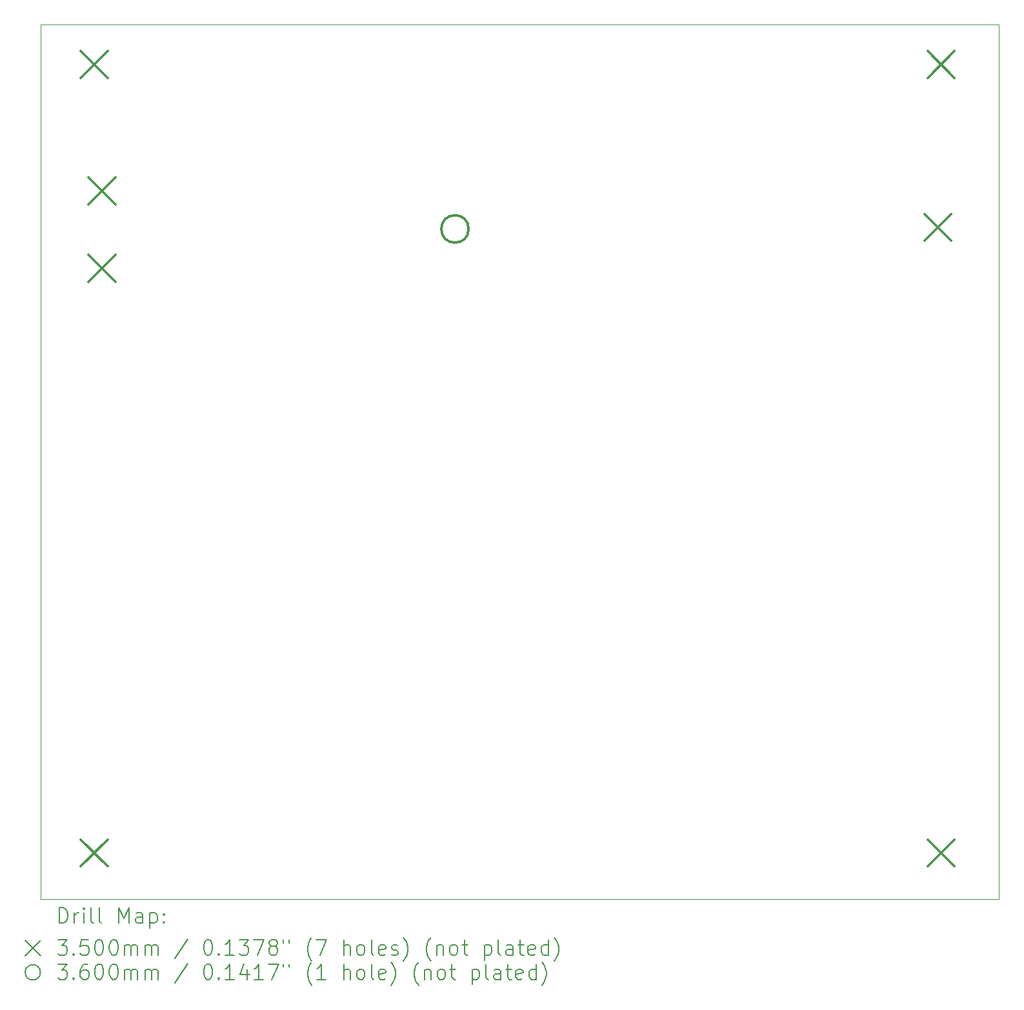
<source format=gbr>
%TF.GenerationSoftware,KiCad,Pcbnew,7.0.2*%
%TF.CreationDate,2023-08-05T12:45:41+02:00*%
%TF.ProjectId,Module_2,4d6f6475-6c65-45f3-922e-6b696361645f,rev?*%
%TF.SameCoordinates,Original*%
%TF.FileFunction,Drillmap*%
%TF.FilePolarity,Positive*%
%FSLAX45Y45*%
G04 Gerber Fmt 4.5, Leading zero omitted, Abs format (unit mm)*
G04 Created by KiCad (PCBNEW 7.0.2) date 2023-08-05 12:45:41*
%MOMM*%
%LPD*%
G01*
G04 APERTURE LIST*
%ADD10C,0.100000*%
%ADD11C,0.200000*%
%ADD12C,0.350000*%
%ADD13C,0.360000*%
G04 APERTURE END LIST*
D10*
X4061460Y-3028000D02*
X16637000Y-3028000D01*
X16637000Y-14508800D01*
X4061460Y-14508800D01*
X4061460Y-3028000D01*
D11*
D12*
X4587500Y-3381000D02*
X4937500Y-3731000D01*
X4937500Y-3381000D02*
X4587500Y-3731000D01*
X4587500Y-13731500D02*
X4937500Y-14081500D01*
X4937500Y-13731500D02*
X4587500Y-14081500D01*
X4689100Y-5041050D02*
X5039100Y-5391050D01*
X5039100Y-5041050D02*
X4689100Y-5391050D01*
X4689100Y-6057050D02*
X5039100Y-6407050D01*
X5039100Y-6057050D02*
X4689100Y-6407050D01*
X15655550Y-5520000D02*
X16005550Y-5870000D01*
X16005550Y-5520000D02*
X15655550Y-5870000D01*
X15700000Y-3381000D02*
X16050000Y-3731000D01*
X16050000Y-3381000D02*
X15700000Y-3731000D01*
X15700000Y-13731500D02*
X16050000Y-14081500D01*
X16050000Y-13731500D02*
X15700000Y-14081500D01*
D13*
X9676500Y-5715000D02*
G75*
G03*
X9676500Y-5715000I-180000J0D01*
G01*
D11*
X4304079Y-14826324D02*
X4304079Y-14626324D01*
X4304079Y-14626324D02*
X4351698Y-14626324D01*
X4351698Y-14626324D02*
X4380270Y-14635848D01*
X4380270Y-14635848D02*
X4399317Y-14654895D01*
X4399317Y-14654895D02*
X4408841Y-14673943D01*
X4408841Y-14673943D02*
X4418365Y-14712038D01*
X4418365Y-14712038D02*
X4418365Y-14740609D01*
X4418365Y-14740609D02*
X4408841Y-14778705D01*
X4408841Y-14778705D02*
X4399317Y-14797752D01*
X4399317Y-14797752D02*
X4380270Y-14816800D01*
X4380270Y-14816800D02*
X4351698Y-14826324D01*
X4351698Y-14826324D02*
X4304079Y-14826324D01*
X4504079Y-14826324D02*
X4504079Y-14692990D01*
X4504079Y-14731086D02*
X4513603Y-14712038D01*
X4513603Y-14712038D02*
X4523127Y-14702514D01*
X4523127Y-14702514D02*
X4542174Y-14692990D01*
X4542174Y-14692990D02*
X4561222Y-14692990D01*
X4627889Y-14826324D02*
X4627889Y-14692990D01*
X4627889Y-14626324D02*
X4618365Y-14635848D01*
X4618365Y-14635848D02*
X4627889Y-14645371D01*
X4627889Y-14645371D02*
X4637412Y-14635848D01*
X4637412Y-14635848D02*
X4627889Y-14626324D01*
X4627889Y-14626324D02*
X4627889Y-14645371D01*
X4751698Y-14826324D02*
X4732650Y-14816800D01*
X4732650Y-14816800D02*
X4723127Y-14797752D01*
X4723127Y-14797752D02*
X4723127Y-14626324D01*
X4856460Y-14826324D02*
X4837412Y-14816800D01*
X4837412Y-14816800D02*
X4827889Y-14797752D01*
X4827889Y-14797752D02*
X4827889Y-14626324D01*
X5085031Y-14826324D02*
X5085031Y-14626324D01*
X5085031Y-14626324D02*
X5151698Y-14769181D01*
X5151698Y-14769181D02*
X5218365Y-14626324D01*
X5218365Y-14626324D02*
X5218365Y-14826324D01*
X5399317Y-14826324D02*
X5399317Y-14721562D01*
X5399317Y-14721562D02*
X5389793Y-14702514D01*
X5389793Y-14702514D02*
X5370746Y-14692990D01*
X5370746Y-14692990D02*
X5332650Y-14692990D01*
X5332650Y-14692990D02*
X5313603Y-14702514D01*
X5399317Y-14816800D02*
X5380270Y-14826324D01*
X5380270Y-14826324D02*
X5332650Y-14826324D01*
X5332650Y-14826324D02*
X5313603Y-14816800D01*
X5313603Y-14816800D02*
X5304079Y-14797752D01*
X5304079Y-14797752D02*
X5304079Y-14778705D01*
X5304079Y-14778705D02*
X5313603Y-14759657D01*
X5313603Y-14759657D02*
X5332650Y-14750133D01*
X5332650Y-14750133D02*
X5380270Y-14750133D01*
X5380270Y-14750133D02*
X5399317Y-14740609D01*
X5494555Y-14692990D02*
X5494555Y-14892990D01*
X5494555Y-14702514D02*
X5513603Y-14692990D01*
X5513603Y-14692990D02*
X5551698Y-14692990D01*
X5551698Y-14692990D02*
X5570746Y-14702514D01*
X5570746Y-14702514D02*
X5580270Y-14712038D01*
X5580270Y-14712038D02*
X5589793Y-14731086D01*
X5589793Y-14731086D02*
X5589793Y-14788228D01*
X5589793Y-14788228D02*
X5580270Y-14807276D01*
X5580270Y-14807276D02*
X5570746Y-14816800D01*
X5570746Y-14816800D02*
X5551698Y-14826324D01*
X5551698Y-14826324D02*
X5513603Y-14826324D01*
X5513603Y-14826324D02*
X5494555Y-14816800D01*
X5675508Y-14807276D02*
X5685031Y-14816800D01*
X5685031Y-14816800D02*
X5675508Y-14826324D01*
X5675508Y-14826324D02*
X5665984Y-14816800D01*
X5665984Y-14816800D02*
X5675508Y-14807276D01*
X5675508Y-14807276D02*
X5675508Y-14826324D01*
X5675508Y-14702514D02*
X5685031Y-14712038D01*
X5685031Y-14712038D02*
X5675508Y-14721562D01*
X5675508Y-14721562D02*
X5665984Y-14712038D01*
X5665984Y-14712038D02*
X5675508Y-14702514D01*
X5675508Y-14702514D02*
X5675508Y-14721562D01*
X3856460Y-15053800D02*
X4056460Y-15253800D01*
X4056460Y-15053800D02*
X3856460Y-15253800D01*
X4285031Y-15046324D02*
X4408841Y-15046324D01*
X4408841Y-15046324D02*
X4342174Y-15122514D01*
X4342174Y-15122514D02*
X4370746Y-15122514D01*
X4370746Y-15122514D02*
X4389793Y-15132038D01*
X4389793Y-15132038D02*
X4399317Y-15141562D01*
X4399317Y-15141562D02*
X4408841Y-15160609D01*
X4408841Y-15160609D02*
X4408841Y-15208228D01*
X4408841Y-15208228D02*
X4399317Y-15227276D01*
X4399317Y-15227276D02*
X4389793Y-15236800D01*
X4389793Y-15236800D02*
X4370746Y-15246324D01*
X4370746Y-15246324D02*
X4313603Y-15246324D01*
X4313603Y-15246324D02*
X4294555Y-15236800D01*
X4294555Y-15236800D02*
X4285031Y-15227276D01*
X4494555Y-15227276D02*
X4504079Y-15236800D01*
X4504079Y-15236800D02*
X4494555Y-15246324D01*
X4494555Y-15246324D02*
X4485031Y-15236800D01*
X4485031Y-15236800D02*
X4494555Y-15227276D01*
X4494555Y-15227276D02*
X4494555Y-15246324D01*
X4685031Y-15046324D02*
X4589793Y-15046324D01*
X4589793Y-15046324D02*
X4580270Y-15141562D01*
X4580270Y-15141562D02*
X4589793Y-15132038D01*
X4589793Y-15132038D02*
X4608841Y-15122514D01*
X4608841Y-15122514D02*
X4656460Y-15122514D01*
X4656460Y-15122514D02*
X4675508Y-15132038D01*
X4675508Y-15132038D02*
X4685031Y-15141562D01*
X4685031Y-15141562D02*
X4694555Y-15160609D01*
X4694555Y-15160609D02*
X4694555Y-15208228D01*
X4694555Y-15208228D02*
X4685031Y-15227276D01*
X4685031Y-15227276D02*
X4675508Y-15236800D01*
X4675508Y-15236800D02*
X4656460Y-15246324D01*
X4656460Y-15246324D02*
X4608841Y-15246324D01*
X4608841Y-15246324D02*
X4589793Y-15236800D01*
X4589793Y-15236800D02*
X4580270Y-15227276D01*
X4818365Y-15046324D02*
X4837412Y-15046324D01*
X4837412Y-15046324D02*
X4856460Y-15055848D01*
X4856460Y-15055848D02*
X4865984Y-15065371D01*
X4865984Y-15065371D02*
X4875508Y-15084419D01*
X4875508Y-15084419D02*
X4885031Y-15122514D01*
X4885031Y-15122514D02*
X4885031Y-15170133D01*
X4885031Y-15170133D02*
X4875508Y-15208228D01*
X4875508Y-15208228D02*
X4865984Y-15227276D01*
X4865984Y-15227276D02*
X4856460Y-15236800D01*
X4856460Y-15236800D02*
X4837412Y-15246324D01*
X4837412Y-15246324D02*
X4818365Y-15246324D01*
X4818365Y-15246324D02*
X4799317Y-15236800D01*
X4799317Y-15236800D02*
X4789793Y-15227276D01*
X4789793Y-15227276D02*
X4780270Y-15208228D01*
X4780270Y-15208228D02*
X4770746Y-15170133D01*
X4770746Y-15170133D02*
X4770746Y-15122514D01*
X4770746Y-15122514D02*
X4780270Y-15084419D01*
X4780270Y-15084419D02*
X4789793Y-15065371D01*
X4789793Y-15065371D02*
X4799317Y-15055848D01*
X4799317Y-15055848D02*
X4818365Y-15046324D01*
X5008841Y-15046324D02*
X5027889Y-15046324D01*
X5027889Y-15046324D02*
X5046936Y-15055848D01*
X5046936Y-15055848D02*
X5056460Y-15065371D01*
X5056460Y-15065371D02*
X5065984Y-15084419D01*
X5065984Y-15084419D02*
X5075508Y-15122514D01*
X5075508Y-15122514D02*
X5075508Y-15170133D01*
X5075508Y-15170133D02*
X5065984Y-15208228D01*
X5065984Y-15208228D02*
X5056460Y-15227276D01*
X5056460Y-15227276D02*
X5046936Y-15236800D01*
X5046936Y-15236800D02*
X5027889Y-15246324D01*
X5027889Y-15246324D02*
X5008841Y-15246324D01*
X5008841Y-15246324D02*
X4989793Y-15236800D01*
X4989793Y-15236800D02*
X4980270Y-15227276D01*
X4980270Y-15227276D02*
X4970746Y-15208228D01*
X4970746Y-15208228D02*
X4961222Y-15170133D01*
X4961222Y-15170133D02*
X4961222Y-15122514D01*
X4961222Y-15122514D02*
X4970746Y-15084419D01*
X4970746Y-15084419D02*
X4980270Y-15065371D01*
X4980270Y-15065371D02*
X4989793Y-15055848D01*
X4989793Y-15055848D02*
X5008841Y-15046324D01*
X5161222Y-15246324D02*
X5161222Y-15112990D01*
X5161222Y-15132038D02*
X5170746Y-15122514D01*
X5170746Y-15122514D02*
X5189793Y-15112990D01*
X5189793Y-15112990D02*
X5218365Y-15112990D01*
X5218365Y-15112990D02*
X5237412Y-15122514D01*
X5237412Y-15122514D02*
X5246936Y-15141562D01*
X5246936Y-15141562D02*
X5246936Y-15246324D01*
X5246936Y-15141562D02*
X5256460Y-15122514D01*
X5256460Y-15122514D02*
X5275508Y-15112990D01*
X5275508Y-15112990D02*
X5304079Y-15112990D01*
X5304079Y-15112990D02*
X5323127Y-15122514D01*
X5323127Y-15122514D02*
X5332651Y-15141562D01*
X5332651Y-15141562D02*
X5332651Y-15246324D01*
X5427889Y-15246324D02*
X5427889Y-15112990D01*
X5427889Y-15132038D02*
X5437412Y-15122514D01*
X5437412Y-15122514D02*
X5456460Y-15112990D01*
X5456460Y-15112990D02*
X5485032Y-15112990D01*
X5485032Y-15112990D02*
X5504079Y-15122514D01*
X5504079Y-15122514D02*
X5513603Y-15141562D01*
X5513603Y-15141562D02*
X5513603Y-15246324D01*
X5513603Y-15141562D02*
X5523127Y-15122514D01*
X5523127Y-15122514D02*
X5542174Y-15112990D01*
X5542174Y-15112990D02*
X5570746Y-15112990D01*
X5570746Y-15112990D02*
X5589793Y-15122514D01*
X5589793Y-15122514D02*
X5599317Y-15141562D01*
X5599317Y-15141562D02*
X5599317Y-15246324D01*
X5989793Y-15036800D02*
X5818365Y-15293943D01*
X6246936Y-15046324D02*
X6265984Y-15046324D01*
X6265984Y-15046324D02*
X6285032Y-15055848D01*
X6285032Y-15055848D02*
X6294555Y-15065371D01*
X6294555Y-15065371D02*
X6304079Y-15084419D01*
X6304079Y-15084419D02*
X6313603Y-15122514D01*
X6313603Y-15122514D02*
X6313603Y-15170133D01*
X6313603Y-15170133D02*
X6304079Y-15208228D01*
X6304079Y-15208228D02*
X6294555Y-15227276D01*
X6294555Y-15227276D02*
X6285032Y-15236800D01*
X6285032Y-15236800D02*
X6265984Y-15246324D01*
X6265984Y-15246324D02*
X6246936Y-15246324D01*
X6246936Y-15246324D02*
X6227889Y-15236800D01*
X6227889Y-15236800D02*
X6218365Y-15227276D01*
X6218365Y-15227276D02*
X6208841Y-15208228D01*
X6208841Y-15208228D02*
X6199317Y-15170133D01*
X6199317Y-15170133D02*
X6199317Y-15122514D01*
X6199317Y-15122514D02*
X6208841Y-15084419D01*
X6208841Y-15084419D02*
X6218365Y-15065371D01*
X6218365Y-15065371D02*
X6227889Y-15055848D01*
X6227889Y-15055848D02*
X6246936Y-15046324D01*
X6399317Y-15227276D02*
X6408841Y-15236800D01*
X6408841Y-15236800D02*
X6399317Y-15246324D01*
X6399317Y-15246324D02*
X6389793Y-15236800D01*
X6389793Y-15236800D02*
X6399317Y-15227276D01*
X6399317Y-15227276D02*
X6399317Y-15246324D01*
X6599317Y-15246324D02*
X6485032Y-15246324D01*
X6542174Y-15246324D02*
X6542174Y-15046324D01*
X6542174Y-15046324D02*
X6523127Y-15074895D01*
X6523127Y-15074895D02*
X6504079Y-15093943D01*
X6504079Y-15093943D02*
X6485032Y-15103467D01*
X6665984Y-15046324D02*
X6789793Y-15046324D01*
X6789793Y-15046324D02*
X6723127Y-15122514D01*
X6723127Y-15122514D02*
X6751698Y-15122514D01*
X6751698Y-15122514D02*
X6770746Y-15132038D01*
X6770746Y-15132038D02*
X6780270Y-15141562D01*
X6780270Y-15141562D02*
X6789793Y-15160609D01*
X6789793Y-15160609D02*
X6789793Y-15208228D01*
X6789793Y-15208228D02*
X6780270Y-15227276D01*
X6780270Y-15227276D02*
X6770746Y-15236800D01*
X6770746Y-15236800D02*
X6751698Y-15246324D01*
X6751698Y-15246324D02*
X6694555Y-15246324D01*
X6694555Y-15246324D02*
X6675508Y-15236800D01*
X6675508Y-15236800D02*
X6665984Y-15227276D01*
X6856460Y-15046324D02*
X6989793Y-15046324D01*
X6989793Y-15046324D02*
X6904079Y-15246324D01*
X7094555Y-15132038D02*
X7075508Y-15122514D01*
X7075508Y-15122514D02*
X7065984Y-15112990D01*
X7065984Y-15112990D02*
X7056460Y-15093943D01*
X7056460Y-15093943D02*
X7056460Y-15084419D01*
X7056460Y-15084419D02*
X7065984Y-15065371D01*
X7065984Y-15065371D02*
X7075508Y-15055848D01*
X7075508Y-15055848D02*
X7094555Y-15046324D01*
X7094555Y-15046324D02*
X7132651Y-15046324D01*
X7132651Y-15046324D02*
X7151698Y-15055848D01*
X7151698Y-15055848D02*
X7161222Y-15065371D01*
X7161222Y-15065371D02*
X7170746Y-15084419D01*
X7170746Y-15084419D02*
X7170746Y-15093943D01*
X7170746Y-15093943D02*
X7161222Y-15112990D01*
X7161222Y-15112990D02*
X7151698Y-15122514D01*
X7151698Y-15122514D02*
X7132651Y-15132038D01*
X7132651Y-15132038D02*
X7094555Y-15132038D01*
X7094555Y-15132038D02*
X7075508Y-15141562D01*
X7075508Y-15141562D02*
X7065984Y-15151086D01*
X7065984Y-15151086D02*
X7056460Y-15170133D01*
X7056460Y-15170133D02*
X7056460Y-15208228D01*
X7056460Y-15208228D02*
X7065984Y-15227276D01*
X7065984Y-15227276D02*
X7075508Y-15236800D01*
X7075508Y-15236800D02*
X7094555Y-15246324D01*
X7094555Y-15246324D02*
X7132651Y-15246324D01*
X7132651Y-15246324D02*
X7151698Y-15236800D01*
X7151698Y-15236800D02*
X7161222Y-15227276D01*
X7161222Y-15227276D02*
X7170746Y-15208228D01*
X7170746Y-15208228D02*
X7170746Y-15170133D01*
X7170746Y-15170133D02*
X7161222Y-15151086D01*
X7161222Y-15151086D02*
X7151698Y-15141562D01*
X7151698Y-15141562D02*
X7132651Y-15132038D01*
X7246936Y-15046324D02*
X7246936Y-15084419D01*
X7323127Y-15046324D02*
X7323127Y-15084419D01*
X7618365Y-15322514D02*
X7608841Y-15312990D01*
X7608841Y-15312990D02*
X7589794Y-15284419D01*
X7589794Y-15284419D02*
X7580270Y-15265371D01*
X7580270Y-15265371D02*
X7570746Y-15236800D01*
X7570746Y-15236800D02*
X7561222Y-15189181D01*
X7561222Y-15189181D02*
X7561222Y-15151086D01*
X7561222Y-15151086D02*
X7570746Y-15103467D01*
X7570746Y-15103467D02*
X7580270Y-15074895D01*
X7580270Y-15074895D02*
X7589794Y-15055848D01*
X7589794Y-15055848D02*
X7608841Y-15027276D01*
X7608841Y-15027276D02*
X7618365Y-15017752D01*
X7675508Y-15046324D02*
X7808841Y-15046324D01*
X7808841Y-15046324D02*
X7723127Y-15246324D01*
X8037413Y-15246324D02*
X8037413Y-15046324D01*
X8123127Y-15246324D02*
X8123127Y-15141562D01*
X8123127Y-15141562D02*
X8113603Y-15122514D01*
X8113603Y-15122514D02*
X8094556Y-15112990D01*
X8094556Y-15112990D02*
X8065984Y-15112990D01*
X8065984Y-15112990D02*
X8046936Y-15122514D01*
X8046936Y-15122514D02*
X8037413Y-15132038D01*
X8246936Y-15246324D02*
X8227889Y-15236800D01*
X8227889Y-15236800D02*
X8218365Y-15227276D01*
X8218365Y-15227276D02*
X8208841Y-15208228D01*
X8208841Y-15208228D02*
X8208841Y-15151086D01*
X8208841Y-15151086D02*
X8218365Y-15132038D01*
X8218365Y-15132038D02*
X8227889Y-15122514D01*
X8227889Y-15122514D02*
X8246936Y-15112990D01*
X8246936Y-15112990D02*
X8275508Y-15112990D01*
X8275508Y-15112990D02*
X8294556Y-15122514D01*
X8294556Y-15122514D02*
X8304079Y-15132038D01*
X8304079Y-15132038D02*
X8313603Y-15151086D01*
X8313603Y-15151086D02*
X8313603Y-15208228D01*
X8313603Y-15208228D02*
X8304079Y-15227276D01*
X8304079Y-15227276D02*
X8294556Y-15236800D01*
X8294556Y-15236800D02*
X8275508Y-15246324D01*
X8275508Y-15246324D02*
X8246936Y-15246324D01*
X8427889Y-15246324D02*
X8408841Y-15236800D01*
X8408841Y-15236800D02*
X8399318Y-15217752D01*
X8399318Y-15217752D02*
X8399318Y-15046324D01*
X8580270Y-15236800D02*
X8561222Y-15246324D01*
X8561222Y-15246324D02*
X8523127Y-15246324D01*
X8523127Y-15246324D02*
X8504079Y-15236800D01*
X8504079Y-15236800D02*
X8494556Y-15217752D01*
X8494556Y-15217752D02*
X8494556Y-15141562D01*
X8494556Y-15141562D02*
X8504079Y-15122514D01*
X8504079Y-15122514D02*
X8523127Y-15112990D01*
X8523127Y-15112990D02*
X8561222Y-15112990D01*
X8561222Y-15112990D02*
X8580270Y-15122514D01*
X8580270Y-15122514D02*
X8589794Y-15141562D01*
X8589794Y-15141562D02*
X8589794Y-15160609D01*
X8589794Y-15160609D02*
X8494556Y-15179657D01*
X8665984Y-15236800D02*
X8685032Y-15246324D01*
X8685032Y-15246324D02*
X8723127Y-15246324D01*
X8723127Y-15246324D02*
X8742175Y-15236800D01*
X8742175Y-15236800D02*
X8751699Y-15217752D01*
X8751699Y-15217752D02*
X8751699Y-15208228D01*
X8751699Y-15208228D02*
X8742175Y-15189181D01*
X8742175Y-15189181D02*
X8723127Y-15179657D01*
X8723127Y-15179657D02*
X8694556Y-15179657D01*
X8694556Y-15179657D02*
X8675508Y-15170133D01*
X8675508Y-15170133D02*
X8665984Y-15151086D01*
X8665984Y-15151086D02*
X8665984Y-15141562D01*
X8665984Y-15141562D02*
X8675508Y-15122514D01*
X8675508Y-15122514D02*
X8694556Y-15112990D01*
X8694556Y-15112990D02*
X8723127Y-15112990D01*
X8723127Y-15112990D02*
X8742175Y-15122514D01*
X8818365Y-15322514D02*
X8827889Y-15312990D01*
X8827889Y-15312990D02*
X8846937Y-15284419D01*
X8846937Y-15284419D02*
X8856460Y-15265371D01*
X8856460Y-15265371D02*
X8865984Y-15236800D01*
X8865984Y-15236800D02*
X8875508Y-15189181D01*
X8875508Y-15189181D02*
X8875508Y-15151086D01*
X8875508Y-15151086D02*
X8865984Y-15103467D01*
X8865984Y-15103467D02*
X8856460Y-15074895D01*
X8856460Y-15074895D02*
X8846937Y-15055848D01*
X8846937Y-15055848D02*
X8827889Y-15027276D01*
X8827889Y-15027276D02*
X8818365Y-15017752D01*
X9180270Y-15322514D02*
X9170746Y-15312990D01*
X9170746Y-15312990D02*
X9151699Y-15284419D01*
X9151699Y-15284419D02*
X9142175Y-15265371D01*
X9142175Y-15265371D02*
X9132651Y-15236800D01*
X9132651Y-15236800D02*
X9123127Y-15189181D01*
X9123127Y-15189181D02*
X9123127Y-15151086D01*
X9123127Y-15151086D02*
X9132651Y-15103467D01*
X9132651Y-15103467D02*
X9142175Y-15074895D01*
X9142175Y-15074895D02*
X9151699Y-15055848D01*
X9151699Y-15055848D02*
X9170746Y-15027276D01*
X9170746Y-15027276D02*
X9180270Y-15017752D01*
X9256460Y-15112990D02*
X9256460Y-15246324D01*
X9256460Y-15132038D02*
X9265984Y-15122514D01*
X9265984Y-15122514D02*
X9285032Y-15112990D01*
X9285032Y-15112990D02*
X9313603Y-15112990D01*
X9313603Y-15112990D02*
X9332651Y-15122514D01*
X9332651Y-15122514D02*
X9342175Y-15141562D01*
X9342175Y-15141562D02*
X9342175Y-15246324D01*
X9465984Y-15246324D02*
X9446937Y-15236800D01*
X9446937Y-15236800D02*
X9437413Y-15227276D01*
X9437413Y-15227276D02*
X9427889Y-15208228D01*
X9427889Y-15208228D02*
X9427889Y-15151086D01*
X9427889Y-15151086D02*
X9437413Y-15132038D01*
X9437413Y-15132038D02*
X9446937Y-15122514D01*
X9446937Y-15122514D02*
X9465984Y-15112990D01*
X9465984Y-15112990D02*
X9494556Y-15112990D01*
X9494556Y-15112990D02*
X9513603Y-15122514D01*
X9513603Y-15122514D02*
X9523127Y-15132038D01*
X9523127Y-15132038D02*
X9532651Y-15151086D01*
X9532651Y-15151086D02*
X9532651Y-15208228D01*
X9532651Y-15208228D02*
X9523127Y-15227276D01*
X9523127Y-15227276D02*
X9513603Y-15236800D01*
X9513603Y-15236800D02*
X9494556Y-15246324D01*
X9494556Y-15246324D02*
X9465984Y-15246324D01*
X9589794Y-15112990D02*
X9665984Y-15112990D01*
X9618365Y-15046324D02*
X9618365Y-15217752D01*
X9618365Y-15217752D02*
X9627889Y-15236800D01*
X9627889Y-15236800D02*
X9646937Y-15246324D01*
X9646937Y-15246324D02*
X9665984Y-15246324D01*
X9885032Y-15112990D02*
X9885032Y-15312990D01*
X9885032Y-15122514D02*
X9904080Y-15112990D01*
X9904080Y-15112990D02*
X9942175Y-15112990D01*
X9942175Y-15112990D02*
X9961222Y-15122514D01*
X9961222Y-15122514D02*
X9970746Y-15132038D01*
X9970746Y-15132038D02*
X9980270Y-15151086D01*
X9980270Y-15151086D02*
X9980270Y-15208228D01*
X9980270Y-15208228D02*
X9970746Y-15227276D01*
X9970746Y-15227276D02*
X9961222Y-15236800D01*
X9961222Y-15236800D02*
X9942175Y-15246324D01*
X9942175Y-15246324D02*
X9904080Y-15246324D01*
X9904080Y-15246324D02*
X9885032Y-15236800D01*
X10094556Y-15246324D02*
X10075508Y-15236800D01*
X10075508Y-15236800D02*
X10065984Y-15217752D01*
X10065984Y-15217752D02*
X10065984Y-15046324D01*
X10256461Y-15246324D02*
X10256461Y-15141562D01*
X10256461Y-15141562D02*
X10246937Y-15122514D01*
X10246937Y-15122514D02*
X10227889Y-15112990D01*
X10227889Y-15112990D02*
X10189794Y-15112990D01*
X10189794Y-15112990D02*
X10170746Y-15122514D01*
X10256461Y-15236800D02*
X10237413Y-15246324D01*
X10237413Y-15246324D02*
X10189794Y-15246324D01*
X10189794Y-15246324D02*
X10170746Y-15236800D01*
X10170746Y-15236800D02*
X10161222Y-15217752D01*
X10161222Y-15217752D02*
X10161222Y-15198705D01*
X10161222Y-15198705D02*
X10170746Y-15179657D01*
X10170746Y-15179657D02*
X10189794Y-15170133D01*
X10189794Y-15170133D02*
X10237413Y-15170133D01*
X10237413Y-15170133D02*
X10256461Y-15160609D01*
X10323127Y-15112990D02*
X10399318Y-15112990D01*
X10351699Y-15046324D02*
X10351699Y-15217752D01*
X10351699Y-15217752D02*
X10361222Y-15236800D01*
X10361222Y-15236800D02*
X10380270Y-15246324D01*
X10380270Y-15246324D02*
X10399318Y-15246324D01*
X10542175Y-15236800D02*
X10523127Y-15246324D01*
X10523127Y-15246324D02*
X10485032Y-15246324D01*
X10485032Y-15246324D02*
X10465984Y-15236800D01*
X10465984Y-15236800D02*
X10456461Y-15217752D01*
X10456461Y-15217752D02*
X10456461Y-15141562D01*
X10456461Y-15141562D02*
X10465984Y-15122514D01*
X10465984Y-15122514D02*
X10485032Y-15112990D01*
X10485032Y-15112990D02*
X10523127Y-15112990D01*
X10523127Y-15112990D02*
X10542175Y-15122514D01*
X10542175Y-15122514D02*
X10551699Y-15141562D01*
X10551699Y-15141562D02*
X10551699Y-15160609D01*
X10551699Y-15160609D02*
X10456461Y-15179657D01*
X10723127Y-15246324D02*
X10723127Y-15046324D01*
X10723127Y-15236800D02*
X10704080Y-15246324D01*
X10704080Y-15246324D02*
X10665984Y-15246324D01*
X10665984Y-15246324D02*
X10646937Y-15236800D01*
X10646937Y-15236800D02*
X10637413Y-15227276D01*
X10637413Y-15227276D02*
X10627889Y-15208228D01*
X10627889Y-15208228D02*
X10627889Y-15151086D01*
X10627889Y-15151086D02*
X10637413Y-15132038D01*
X10637413Y-15132038D02*
X10646937Y-15122514D01*
X10646937Y-15122514D02*
X10665984Y-15112990D01*
X10665984Y-15112990D02*
X10704080Y-15112990D01*
X10704080Y-15112990D02*
X10723127Y-15122514D01*
X10799318Y-15322514D02*
X10808842Y-15312990D01*
X10808842Y-15312990D02*
X10827889Y-15284419D01*
X10827889Y-15284419D02*
X10837413Y-15265371D01*
X10837413Y-15265371D02*
X10846937Y-15236800D01*
X10846937Y-15236800D02*
X10856461Y-15189181D01*
X10856461Y-15189181D02*
X10856461Y-15151086D01*
X10856461Y-15151086D02*
X10846937Y-15103467D01*
X10846937Y-15103467D02*
X10837413Y-15074895D01*
X10837413Y-15074895D02*
X10827889Y-15055848D01*
X10827889Y-15055848D02*
X10808842Y-15027276D01*
X10808842Y-15027276D02*
X10799318Y-15017752D01*
X4056460Y-15473800D02*
G75*
G03*
X4056460Y-15473800I-100000J0D01*
G01*
X4285031Y-15366324D02*
X4408841Y-15366324D01*
X4408841Y-15366324D02*
X4342174Y-15442514D01*
X4342174Y-15442514D02*
X4370746Y-15442514D01*
X4370746Y-15442514D02*
X4389793Y-15452038D01*
X4389793Y-15452038D02*
X4399317Y-15461562D01*
X4399317Y-15461562D02*
X4408841Y-15480609D01*
X4408841Y-15480609D02*
X4408841Y-15528228D01*
X4408841Y-15528228D02*
X4399317Y-15547276D01*
X4399317Y-15547276D02*
X4389793Y-15556800D01*
X4389793Y-15556800D02*
X4370746Y-15566324D01*
X4370746Y-15566324D02*
X4313603Y-15566324D01*
X4313603Y-15566324D02*
X4294555Y-15556800D01*
X4294555Y-15556800D02*
X4285031Y-15547276D01*
X4494555Y-15547276D02*
X4504079Y-15556800D01*
X4504079Y-15556800D02*
X4494555Y-15566324D01*
X4494555Y-15566324D02*
X4485031Y-15556800D01*
X4485031Y-15556800D02*
X4494555Y-15547276D01*
X4494555Y-15547276D02*
X4494555Y-15566324D01*
X4675508Y-15366324D02*
X4637412Y-15366324D01*
X4637412Y-15366324D02*
X4618365Y-15375848D01*
X4618365Y-15375848D02*
X4608841Y-15385371D01*
X4608841Y-15385371D02*
X4589793Y-15413943D01*
X4589793Y-15413943D02*
X4580270Y-15452038D01*
X4580270Y-15452038D02*
X4580270Y-15528228D01*
X4580270Y-15528228D02*
X4589793Y-15547276D01*
X4589793Y-15547276D02*
X4599317Y-15556800D01*
X4599317Y-15556800D02*
X4618365Y-15566324D01*
X4618365Y-15566324D02*
X4656460Y-15566324D01*
X4656460Y-15566324D02*
X4675508Y-15556800D01*
X4675508Y-15556800D02*
X4685031Y-15547276D01*
X4685031Y-15547276D02*
X4694555Y-15528228D01*
X4694555Y-15528228D02*
X4694555Y-15480609D01*
X4694555Y-15480609D02*
X4685031Y-15461562D01*
X4685031Y-15461562D02*
X4675508Y-15452038D01*
X4675508Y-15452038D02*
X4656460Y-15442514D01*
X4656460Y-15442514D02*
X4618365Y-15442514D01*
X4618365Y-15442514D02*
X4599317Y-15452038D01*
X4599317Y-15452038D02*
X4589793Y-15461562D01*
X4589793Y-15461562D02*
X4580270Y-15480609D01*
X4818365Y-15366324D02*
X4837412Y-15366324D01*
X4837412Y-15366324D02*
X4856460Y-15375848D01*
X4856460Y-15375848D02*
X4865984Y-15385371D01*
X4865984Y-15385371D02*
X4875508Y-15404419D01*
X4875508Y-15404419D02*
X4885031Y-15442514D01*
X4885031Y-15442514D02*
X4885031Y-15490133D01*
X4885031Y-15490133D02*
X4875508Y-15528228D01*
X4875508Y-15528228D02*
X4865984Y-15547276D01*
X4865984Y-15547276D02*
X4856460Y-15556800D01*
X4856460Y-15556800D02*
X4837412Y-15566324D01*
X4837412Y-15566324D02*
X4818365Y-15566324D01*
X4818365Y-15566324D02*
X4799317Y-15556800D01*
X4799317Y-15556800D02*
X4789793Y-15547276D01*
X4789793Y-15547276D02*
X4780270Y-15528228D01*
X4780270Y-15528228D02*
X4770746Y-15490133D01*
X4770746Y-15490133D02*
X4770746Y-15442514D01*
X4770746Y-15442514D02*
X4780270Y-15404419D01*
X4780270Y-15404419D02*
X4789793Y-15385371D01*
X4789793Y-15385371D02*
X4799317Y-15375848D01*
X4799317Y-15375848D02*
X4818365Y-15366324D01*
X5008841Y-15366324D02*
X5027889Y-15366324D01*
X5027889Y-15366324D02*
X5046936Y-15375848D01*
X5046936Y-15375848D02*
X5056460Y-15385371D01*
X5056460Y-15385371D02*
X5065984Y-15404419D01*
X5065984Y-15404419D02*
X5075508Y-15442514D01*
X5075508Y-15442514D02*
X5075508Y-15490133D01*
X5075508Y-15490133D02*
X5065984Y-15528228D01*
X5065984Y-15528228D02*
X5056460Y-15547276D01*
X5056460Y-15547276D02*
X5046936Y-15556800D01*
X5046936Y-15556800D02*
X5027889Y-15566324D01*
X5027889Y-15566324D02*
X5008841Y-15566324D01*
X5008841Y-15566324D02*
X4989793Y-15556800D01*
X4989793Y-15556800D02*
X4980270Y-15547276D01*
X4980270Y-15547276D02*
X4970746Y-15528228D01*
X4970746Y-15528228D02*
X4961222Y-15490133D01*
X4961222Y-15490133D02*
X4961222Y-15442514D01*
X4961222Y-15442514D02*
X4970746Y-15404419D01*
X4970746Y-15404419D02*
X4980270Y-15385371D01*
X4980270Y-15385371D02*
X4989793Y-15375848D01*
X4989793Y-15375848D02*
X5008841Y-15366324D01*
X5161222Y-15566324D02*
X5161222Y-15432990D01*
X5161222Y-15452038D02*
X5170746Y-15442514D01*
X5170746Y-15442514D02*
X5189793Y-15432990D01*
X5189793Y-15432990D02*
X5218365Y-15432990D01*
X5218365Y-15432990D02*
X5237412Y-15442514D01*
X5237412Y-15442514D02*
X5246936Y-15461562D01*
X5246936Y-15461562D02*
X5246936Y-15566324D01*
X5246936Y-15461562D02*
X5256460Y-15442514D01*
X5256460Y-15442514D02*
X5275508Y-15432990D01*
X5275508Y-15432990D02*
X5304079Y-15432990D01*
X5304079Y-15432990D02*
X5323127Y-15442514D01*
X5323127Y-15442514D02*
X5332651Y-15461562D01*
X5332651Y-15461562D02*
X5332651Y-15566324D01*
X5427889Y-15566324D02*
X5427889Y-15432990D01*
X5427889Y-15452038D02*
X5437412Y-15442514D01*
X5437412Y-15442514D02*
X5456460Y-15432990D01*
X5456460Y-15432990D02*
X5485032Y-15432990D01*
X5485032Y-15432990D02*
X5504079Y-15442514D01*
X5504079Y-15442514D02*
X5513603Y-15461562D01*
X5513603Y-15461562D02*
X5513603Y-15566324D01*
X5513603Y-15461562D02*
X5523127Y-15442514D01*
X5523127Y-15442514D02*
X5542174Y-15432990D01*
X5542174Y-15432990D02*
X5570746Y-15432990D01*
X5570746Y-15432990D02*
X5589793Y-15442514D01*
X5589793Y-15442514D02*
X5599317Y-15461562D01*
X5599317Y-15461562D02*
X5599317Y-15566324D01*
X5989793Y-15356800D02*
X5818365Y-15613943D01*
X6246936Y-15366324D02*
X6265984Y-15366324D01*
X6265984Y-15366324D02*
X6285032Y-15375848D01*
X6285032Y-15375848D02*
X6294555Y-15385371D01*
X6294555Y-15385371D02*
X6304079Y-15404419D01*
X6304079Y-15404419D02*
X6313603Y-15442514D01*
X6313603Y-15442514D02*
X6313603Y-15490133D01*
X6313603Y-15490133D02*
X6304079Y-15528228D01*
X6304079Y-15528228D02*
X6294555Y-15547276D01*
X6294555Y-15547276D02*
X6285032Y-15556800D01*
X6285032Y-15556800D02*
X6265984Y-15566324D01*
X6265984Y-15566324D02*
X6246936Y-15566324D01*
X6246936Y-15566324D02*
X6227889Y-15556800D01*
X6227889Y-15556800D02*
X6218365Y-15547276D01*
X6218365Y-15547276D02*
X6208841Y-15528228D01*
X6208841Y-15528228D02*
X6199317Y-15490133D01*
X6199317Y-15490133D02*
X6199317Y-15442514D01*
X6199317Y-15442514D02*
X6208841Y-15404419D01*
X6208841Y-15404419D02*
X6218365Y-15385371D01*
X6218365Y-15385371D02*
X6227889Y-15375848D01*
X6227889Y-15375848D02*
X6246936Y-15366324D01*
X6399317Y-15547276D02*
X6408841Y-15556800D01*
X6408841Y-15556800D02*
X6399317Y-15566324D01*
X6399317Y-15566324D02*
X6389793Y-15556800D01*
X6389793Y-15556800D02*
X6399317Y-15547276D01*
X6399317Y-15547276D02*
X6399317Y-15566324D01*
X6599317Y-15566324D02*
X6485032Y-15566324D01*
X6542174Y-15566324D02*
X6542174Y-15366324D01*
X6542174Y-15366324D02*
X6523127Y-15394895D01*
X6523127Y-15394895D02*
X6504079Y-15413943D01*
X6504079Y-15413943D02*
X6485032Y-15423467D01*
X6770746Y-15432990D02*
X6770746Y-15566324D01*
X6723127Y-15356800D02*
X6675508Y-15499657D01*
X6675508Y-15499657D02*
X6799317Y-15499657D01*
X6980270Y-15566324D02*
X6865984Y-15566324D01*
X6923127Y-15566324D02*
X6923127Y-15366324D01*
X6923127Y-15366324D02*
X6904079Y-15394895D01*
X6904079Y-15394895D02*
X6885032Y-15413943D01*
X6885032Y-15413943D02*
X6865984Y-15423467D01*
X7046936Y-15366324D02*
X7180270Y-15366324D01*
X7180270Y-15366324D02*
X7094555Y-15566324D01*
X7246936Y-15366324D02*
X7246936Y-15404419D01*
X7323127Y-15366324D02*
X7323127Y-15404419D01*
X7618365Y-15642514D02*
X7608841Y-15632990D01*
X7608841Y-15632990D02*
X7589794Y-15604419D01*
X7589794Y-15604419D02*
X7580270Y-15585371D01*
X7580270Y-15585371D02*
X7570746Y-15556800D01*
X7570746Y-15556800D02*
X7561222Y-15509181D01*
X7561222Y-15509181D02*
X7561222Y-15471086D01*
X7561222Y-15471086D02*
X7570746Y-15423467D01*
X7570746Y-15423467D02*
X7580270Y-15394895D01*
X7580270Y-15394895D02*
X7589794Y-15375848D01*
X7589794Y-15375848D02*
X7608841Y-15347276D01*
X7608841Y-15347276D02*
X7618365Y-15337752D01*
X7799317Y-15566324D02*
X7685032Y-15566324D01*
X7742174Y-15566324D02*
X7742174Y-15366324D01*
X7742174Y-15366324D02*
X7723127Y-15394895D01*
X7723127Y-15394895D02*
X7704079Y-15413943D01*
X7704079Y-15413943D02*
X7685032Y-15423467D01*
X8037413Y-15566324D02*
X8037413Y-15366324D01*
X8123127Y-15566324D02*
X8123127Y-15461562D01*
X8123127Y-15461562D02*
X8113603Y-15442514D01*
X8113603Y-15442514D02*
X8094556Y-15432990D01*
X8094556Y-15432990D02*
X8065984Y-15432990D01*
X8065984Y-15432990D02*
X8046936Y-15442514D01*
X8046936Y-15442514D02*
X8037413Y-15452038D01*
X8246936Y-15566324D02*
X8227889Y-15556800D01*
X8227889Y-15556800D02*
X8218365Y-15547276D01*
X8218365Y-15547276D02*
X8208841Y-15528228D01*
X8208841Y-15528228D02*
X8208841Y-15471086D01*
X8208841Y-15471086D02*
X8218365Y-15452038D01*
X8218365Y-15452038D02*
X8227889Y-15442514D01*
X8227889Y-15442514D02*
X8246936Y-15432990D01*
X8246936Y-15432990D02*
X8275508Y-15432990D01*
X8275508Y-15432990D02*
X8294556Y-15442514D01*
X8294556Y-15442514D02*
X8304079Y-15452038D01*
X8304079Y-15452038D02*
X8313603Y-15471086D01*
X8313603Y-15471086D02*
X8313603Y-15528228D01*
X8313603Y-15528228D02*
X8304079Y-15547276D01*
X8304079Y-15547276D02*
X8294556Y-15556800D01*
X8294556Y-15556800D02*
X8275508Y-15566324D01*
X8275508Y-15566324D02*
X8246936Y-15566324D01*
X8427889Y-15566324D02*
X8408841Y-15556800D01*
X8408841Y-15556800D02*
X8399318Y-15537752D01*
X8399318Y-15537752D02*
X8399318Y-15366324D01*
X8580270Y-15556800D02*
X8561222Y-15566324D01*
X8561222Y-15566324D02*
X8523127Y-15566324D01*
X8523127Y-15566324D02*
X8504079Y-15556800D01*
X8504079Y-15556800D02*
X8494556Y-15537752D01*
X8494556Y-15537752D02*
X8494556Y-15461562D01*
X8494556Y-15461562D02*
X8504079Y-15442514D01*
X8504079Y-15442514D02*
X8523127Y-15432990D01*
X8523127Y-15432990D02*
X8561222Y-15432990D01*
X8561222Y-15432990D02*
X8580270Y-15442514D01*
X8580270Y-15442514D02*
X8589794Y-15461562D01*
X8589794Y-15461562D02*
X8589794Y-15480609D01*
X8589794Y-15480609D02*
X8494556Y-15499657D01*
X8656460Y-15642514D02*
X8665984Y-15632990D01*
X8665984Y-15632990D02*
X8685032Y-15604419D01*
X8685032Y-15604419D02*
X8694556Y-15585371D01*
X8694556Y-15585371D02*
X8704079Y-15556800D01*
X8704079Y-15556800D02*
X8713603Y-15509181D01*
X8713603Y-15509181D02*
X8713603Y-15471086D01*
X8713603Y-15471086D02*
X8704079Y-15423467D01*
X8704079Y-15423467D02*
X8694556Y-15394895D01*
X8694556Y-15394895D02*
X8685032Y-15375848D01*
X8685032Y-15375848D02*
X8665984Y-15347276D01*
X8665984Y-15347276D02*
X8656460Y-15337752D01*
X9018365Y-15642514D02*
X9008841Y-15632990D01*
X9008841Y-15632990D02*
X8989794Y-15604419D01*
X8989794Y-15604419D02*
X8980270Y-15585371D01*
X8980270Y-15585371D02*
X8970746Y-15556800D01*
X8970746Y-15556800D02*
X8961222Y-15509181D01*
X8961222Y-15509181D02*
X8961222Y-15471086D01*
X8961222Y-15471086D02*
X8970746Y-15423467D01*
X8970746Y-15423467D02*
X8980270Y-15394895D01*
X8980270Y-15394895D02*
X8989794Y-15375848D01*
X8989794Y-15375848D02*
X9008841Y-15347276D01*
X9008841Y-15347276D02*
X9018365Y-15337752D01*
X9094556Y-15432990D02*
X9094556Y-15566324D01*
X9094556Y-15452038D02*
X9104079Y-15442514D01*
X9104079Y-15442514D02*
X9123127Y-15432990D01*
X9123127Y-15432990D02*
X9151699Y-15432990D01*
X9151699Y-15432990D02*
X9170746Y-15442514D01*
X9170746Y-15442514D02*
X9180270Y-15461562D01*
X9180270Y-15461562D02*
X9180270Y-15566324D01*
X9304079Y-15566324D02*
X9285032Y-15556800D01*
X9285032Y-15556800D02*
X9275508Y-15547276D01*
X9275508Y-15547276D02*
X9265984Y-15528228D01*
X9265984Y-15528228D02*
X9265984Y-15471086D01*
X9265984Y-15471086D02*
X9275508Y-15452038D01*
X9275508Y-15452038D02*
X9285032Y-15442514D01*
X9285032Y-15442514D02*
X9304079Y-15432990D01*
X9304079Y-15432990D02*
X9332651Y-15432990D01*
X9332651Y-15432990D02*
X9351699Y-15442514D01*
X9351699Y-15442514D02*
X9361222Y-15452038D01*
X9361222Y-15452038D02*
X9370746Y-15471086D01*
X9370746Y-15471086D02*
X9370746Y-15528228D01*
X9370746Y-15528228D02*
X9361222Y-15547276D01*
X9361222Y-15547276D02*
X9351699Y-15556800D01*
X9351699Y-15556800D02*
X9332651Y-15566324D01*
X9332651Y-15566324D02*
X9304079Y-15566324D01*
X9427889Y-15432990D02*
X9504079Y-15432990D01*
X9456460Y-15366324D02*
X9456460Y-15537752D01*
X9456460Y-15537752D02*
X9465984Y-15556800D01*
X9465984Y-15556800D02*
X9485032Y-15566324D01*
X9485032Y-15566324D02*
X9504079Y-15566324D01*
X9723127Y-15432990D02*
X9723127Y-15632990D01*
X9723127Y-15442514D02*
X9742175Y-15432990D01*
X9742175Y-15432990D02*
X9780270Y-15432990D01*
X9780270Y-15432990D02*
X9799318Y-15442514D01*
X9799318Y-15442514D02*
X9808841Y-15452038D01*
X9808841Y-15452038D02*
X9818365Y-15471086D01*
X9818365Y-15471086D02*
X9818365Y-15528228D01*
X9818365Y-15528228D02*
X9808841Y-15547276D01*
X9808841Y-15547276D02*
X9799318Y-15556800D01*
X9799318Y-15556800D02*
X9780270Y-15566324D01*
X9780270Y-15566324D02*
X9742175Y-15566324D01*
X9742175Y-15566324D02*
X9723127Y-15556800D01*
X9932651Y-15566324D02*
X9913603Y-15556800D01*
X9913603Y-15556800D02*
X9904080Y-15537752D01*
X9904080Y-15537752D02*
X9904080Y-15366324D01*
X10094556Y-15566324D02*
X10094556Y-15461562D01*
X10094556Y-15461562D02*
X10085032Y-15442514D01*
X10085032Y-15442514D02*
X10065984Y-15432990D01*
X10065984Y-15432990D02*
X10027889Y-15432990D01*
X10027889Y-15432990D02*
X10008841Y-15442514D01*
X10094556Y-15556800D02*
X10075508Y-15566324D01*
X10075508Y-15566324D02*
X10027889Y-15566324D01*
X10027889Y-15566324D02*
X10008841Y-15556800D01*
X10008841Y-15556800D02*
X9999318Y-15537752D01*
X9999318Y-15537752D02*
X9999318Y-15518705D01*
X9999318Y-15518705D02*
X10008841Y-15499657D01*
X10008841Y-15499657D02*
X10027889Y-15490133D01*
X10027889Y-15490133D02*
X10075508Y-15490133D01*
X10075508Y-15490133D02*
X10094556Y-15480609D01*
X10161222Y-15432990D02*
X10237413Y-15432990D01*
X10189794Y-15366324D02*
X10189794Y-15537752D01*
X10189794Y-15537752D02*
X10199318Y-15556800D01*
X10199318Y-15556800D02*
X10218365Y-15566324D01*
X10218365Y-15566324D02*
X10237413Y-15566324D01*
X10380270Y-15556800D02*
X10361222Y-15566324D01*
X10361222Y-15566324D02*
X10323127Y-15566324D01*
X10323127Y-15566324D02*
X10304080Y-15556800D01*
X10304080Y-15556800D02*
X10294556Y-15537752D01*
X10294556Y-15537752D02*
X10294556Y-15461562D01*
X10294556Y-15461562D02*
X10304080Y-15442514D01*
X10304080Y-15442514D02*
X10323127Y-15432990D01*
X10323127Y-15432990D02*
X10361222Y-15432990D01*
X10361222Y-15432990D02*
X10380270Y-15442514D01*
X10380270Y-15442514D02*
X10389794Y-15461562D01*
X10389794Y-15461562D02*
X10389794Y-15480609D01*
X10389794Y-15480609D02*
X10294556Y-15499657D01*
X10561222Y-15566324D02*
X10561222Y-15366324D01*
X10561222Y-15556800D02*
X10542175Y-15566324D01*
X10542175Y-15566324D02*
X10504080Y-15566324D01*
X10504080Y-15566324D02*
X10485032Y-15556800D01*
X10485032Y-15556800D02*
X10475508Y-15547276D01*
X10475508Y-15547276D02*
X10465984Y-15528228D01*
X10465984Y-15528228D02*
X10465984Y-15471086D01*
X10465984Y-15471086D02*
X10475508Y-15452038D01*
X10475508Y-15452038D02*
X10485032Y-15442514D01*
X10485032Y-15442514D02*
X10504080Y-15432990D01*
X10504080Y-15432990D02*
X10542175Y-15432990D01*
X10542175Y-15432990D02*
X10561222Y-15442514D01*
X10637413Y-15642514D02*
X10646937Y-15632990D01*
X10646937Y-15632990D02*
X10665984Y-15604419D01*
X10665984Y-15604419D02*
X10675508Y-15585371D01*
X10675508Y-15585371D02*
X10685032Y-15556800D01*
X10685032Y-15556800D02*
X10694556Y-15509181D01*
X10694556Y-15509181D02*
X10694556Y-15471086D01*
X10694556Y-15471086D02*
X10685032Y-15423467D01*
X10685032Y-15423467D02*
X10675508Y-15394895D01*
X10675508Y-15394895D02*
X10665984Y-15375848D01*
X10665984Y-15375848D02*
X10646937Y-15347276D01*
X10646937Y-15347276D02*
X10637413Y-15337752D01*
M02*

</source>
